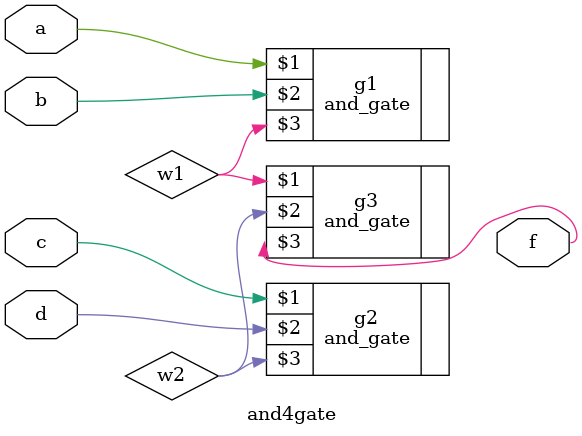
<source format=sv>
`timescale 1ns / 1ps


module and4gate(
    input logic a,
    input logic b,
    input logic c,
    input logic d,
    output logic f);
    logic w1,w2;
    and_gate g1(a,b,w1);
    and_gate g2(c,d,w2);
    and_gate g3(w1,w2,f);
endmodule

</source>
